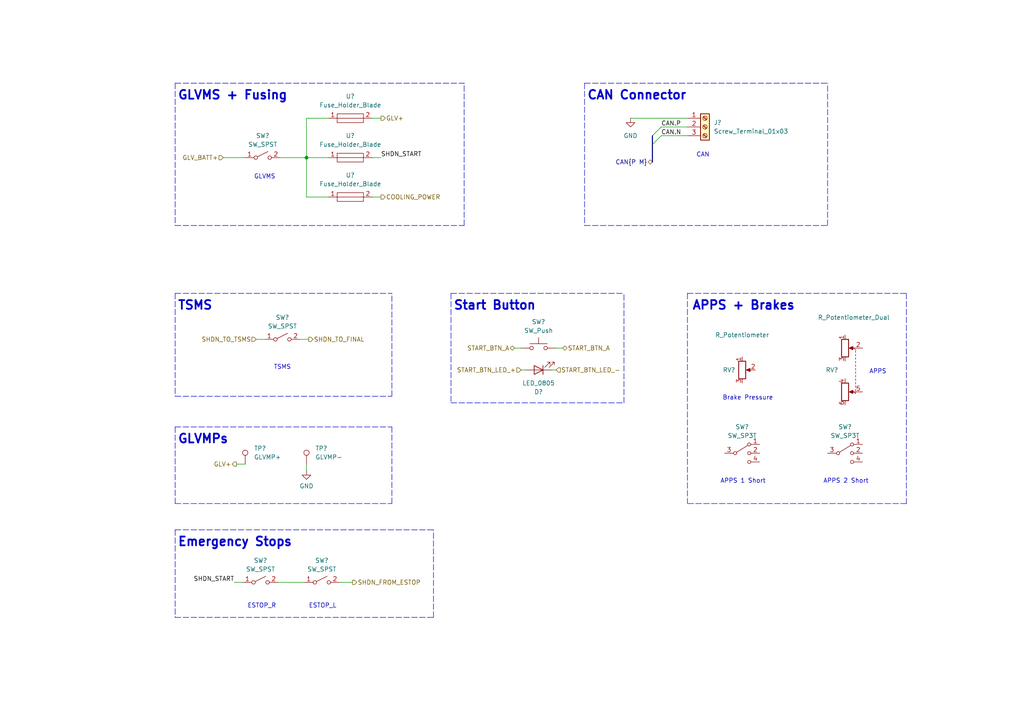
<source format=kicad_sch>
(kicad_sch (version 20211123) (generator eeschema)
  (paper "A4")
  (lib_symbols
    (symbol "Connector:Screw_Terminal_01x03" (pin_names (offset 1.016) hide)
      (property "Reference" "J" (at 0 5.08 0))
      (property "Value" "Screw_Terminal_01x03" (at 0 -5.08 0))
      (symbol "Screw_Terminal_01x03_1_1"
        (rectangle (start -1.27 3.81) (end 1.27 -3.81) (stroke (width 0.254)) (fill (type background)))
        (circle (center 0 -2.54) (radius 0.635) (stroke (width 0.1524)))
        (polyline (pts (xy -0.5334 -2.2098) (xy 0.3302 -3.048)) (stroke (width 0.1524)))
        (polyline (pts (xy -0.5334 0.3302) (xy 0.3302 -0.508)) (stroke (width 0.1524)))
        (polyline (pts (xy -0.5334 2.8702) (xy 0.3302 2.032)) (stroke (width 0.1524)))
        (polyline (pts (xy -0.3556 -2.032) (xy 0.508 -2.8702)) (stroke (width 0.1524)))
        (polyline (pts (xy -0.3556 0.508) (xy 0.508 -0.3302)) (stroke (width 0.1524)))
        (polyline (pts (xy -0.3556 3.048) (xy 0.508 2.2098)) (stroke (width 0.1524)))
        (circle (center 0 0) (radius 0.635) (stroke (width 0.1524)))
        (circle (center 0 2.54) (radius 0.635) (stroke (width 0.1524)))
        (pin passive line (at -5.08 2.54 0) (length 3.81) (name "Pin_1") (number "1"))
        (pin passive line (at -5.08 0 0) (length 3.81) (name "Pin_2") (number "2"))
        (pin passive line (at -5.08 -2.54 0) (length 3.81) (name "Pin_3") (number "3"))
      )
    )
    (symbol "Connector:TestPoint" (pin_numbers hide) (pin_names (offset 0.762) hide)
      (property "Reference" "TP" (at 0 6.858 0))
      (property "Value" "TestPoint" (at 0 5.08 0))
      (symbol "TestPoint_0_1"
        (circle (center 0 3.302) (radius 0.762))
      )
      (symbol "TestPoint_1_1"
        (pin passive line (at 0 0 90) (length 2.54) (name "1") (number "1"))
      )
    )
    (symbol "Device:R_Potentiometer" (pin_names (offset 1.016) hide)
      (property "Reference" "RV" (at -4.445 0 90))
      (property "Value" "R_Potentiometer" (at -2.54 0 90))
      (symbol "R_Potentiometer_0_1"
        (polyline (pts (xy 2.54 0) (xy 1.524 0)))
        (polyline (pts (xy 1.143 0) (xy 2.286 0.508) (xy 2.286 -0.508) (xy 1.143 0)) (fill (type outline)))
        (rectangle (start 1.016 2.54) (end -1.016 -2.54) (stroke (width 0.254)))
      )
      (symbol "R_Potentiometer_1_1"
        (pin passive line (at 0 3.81 270) (length 1.27) (name "1") (number "1"))
        (pin passive line (at 3.81 0 180) (length 1.27) (name "2") (number "2"))
        (pin passive line (at 0 -3.81 90) (length 1.27) (name "3") (number "3"))
      )
    )
    (symbol "Device:R_Potentiometer_Dual" (pin_names (offset 1.016) hide)
      (property "Reference" "RV" (at 0 3.81 0))
      (property "Value" "R_Potentiometer_Dual" (at 0 1.905 0))
      (symbol "R_Potentiometer_Dual_0_1"
        (rectangle (start -8.89 -1.524) (end -3.81 -3.556) (stroke (width 0.254)))
        (polyline (pts (xy -6.35 0) (xy -6.35 -1.016)))
        (polyline (pts (xy -6.35 0) (xy -6.35 -1.016)))
        (polyline (pts (xy -6.35 0) (xy -5.842 0.508)))
        (polyline (pts (xy -5.588 0.508) (xy -5.08 0.508)))
        (polyline (pts (xy -4.572 0.508) (xy -4.064 0.508)))
        (polyline (pts (xy -3.556 0.508) (xy -3.048 0.508)))
        (polyline (pts (xy -2.54 0.508) (xy -2.032 0.508)))
        (polyline (pts (xy -1.524 0.508) (xy -1.016 0.508)))
        (polyline (pts (xy -0.508 0.508) (xy 0 0.508)))
        (polyline (pts (xy 0.508 0.508) (xy 1.016 0.508)))
        (polyline (pts (xy 1.524 0.508) (xy 2.032 0.508)))
        (polyline (pts (xy 2.54 0.508) (xy 3.048 0.508)))
        (polyline (pts (xy 3.556 0.508) (xy 4.064 0.508)))
        (polyline (pts (xy 4.572 0.508) (xy 5.08 0.508)))
        (polyline (pts (xy 5.588 0.508) (xy 6.096 0.508)))
        (polyline (pts (xy 6.35 0) (xy 6.35 -1.016)))
        (polyline (pts (xy 6.35 0) (xy 6.35 -1.016)))
        (polyline (pts (xy 6.604 0.508) (xy 6.858 0.508) (xy 6.35 0)))
        (polyline (pts (xy -6.35 -1.397) (xy -6.858 -0.254) (xy -5.842 -0.254) (xy -6.35 -1.397)) (fill (type outline)))
        (polyline (pts (xy 6.35 -1.397) (xy 5.842 -0.254) (xy 6.858 -0.254) (xy 6.35 -1.397)) (fill (type outline)))
        (rectangle (start 3.81 -1.524) (end 8.89 -3.556) (stroke (width 0.254)))
      )
      (symbol "R_Potentiometer_Dual_1_1"
        (pin passive line (at -10.16 -2.54 0) (length 1.27) (name "1") (number "1"))
        (pin passive line (at -6.35 2.54 270) (length 2.54) (name "2") (number "2"))
        (pin passive line (at -2.54 -2.54 180) (length 1.27) (name "3") (number "3"))
        (pin passive line (at 2.54 -2.54 0) (length 1.27) (name "4") (number "4"))
        (pin passive line (at 6.35 2.54 270) (length 2.54) (name "5") (number "5"))
        (pin passive line (at 10.16 -2.54 180) (length 1.27) (name "6") (number "6"))
      )
    )
    (symbol "Switch:SW_Push" (pin_numbers hide) (pin_names (offset 1.016) hide)
      (property "Reference" "SW" (at 1.27 2.54 0))
      (property "Value" "SW_Push" (at 0 -1.524 0))
      (symbol "SW_Push_0_1"
        (circle (center -2.032 0) (radius 0.508))
        (polyline (pts (xy 0 1.27) (xy 0 3.048)))
        (polyline (pts (xy 2.54 1.27) (xy -2.54 1.27)))
        (circle (center 2.032 0) (radius 0.508))
        (pin passive line (at -5.08 0 0) (length 2.54) (name "1") (number "1"))
        (pin passive line (at 5.08 0 180) (length 2.54) (name "2") (number "2"))
      )
    )
    (symbol "Switch:SW_SP3T" (pin_names (offset 0) hide)
      (property "Reference" "SW" (at 0 5.08 0))
      (property "Value" "SW_SP3T" (at 0 -5.08 0))
      (symbol "SW_SP3T_0_1"
        (circle (center -2.032 0) (radius 0.4572))
        (polyline (pts (xy -1.651 0.254) (xy 1.651 2.286)))
        (circle (center 2.032 -2.54) (radius 0.4572))
        (circle (center 2.032 0) (radius 0.4572))
        (circle (center 2.032 2.54) (radius 0.4572))
      )
      (symbol "SW_SP3T_1_1"
        (pin passive line (at 5.08 2.54 180) (length 2.54) (name "1") (number "1"))
        (pin passive line (at 5.08 0 180) (length 2.54) (name "2") (number "2"))
        (pin passive line (at -5.08 0 0) (length 2.54) (name "3") (number "3"))
        (pin passive line (at 5.08 -2.54 180) (length 2.54) (name "4") (number "4"))
      )
    )
    (symbol "Switch:SW_SPST" (pin_names (offset 0) hide)
      (property "Reference" "SW" (at 0 3.175 0))
      (property "Value" "SW_SPST" (at 0 -2.54 0))
      (symbol "SW_SPST_0_0"
        (circle (center -2.032 0) (radius 0.508))
        (polyline (pts (xy -1.524 0.254) (xy 1.524 1.778)))
        (circle (center 2.032 0) (radius 0.508))
      )
      (symbol "SW_SPST_1_1"
        (pin passive line (at -5.08 0 0) (length 2.54) (name "A") (number "1"))
        (pin passive line (at 5.08 0 180) (length 2.54) (name "B") (number "2"))
      )
    )
    (symbol "formula:Fuse_Holder_Blade" (pin_names (offset 1.016))
      (property "Reference" "U" (at 0 2.54 0))
      (property "Value" "Fuse_Holder_Blade" (at 0 -2.54 0))
      (symbol "Fuse_Holder_Blade_0_1"
        (rectangle (start -3.81 1.27) (end 3.81 -1.27))
        (polyline (pts (xy -3.81 0) (xy 3.81 0)))
      )
      (symbol "Fuse_Holder_Blade_1_1"
        (pin input line (at -6.35 0 0) (length 2.54) (name "~") (number "1"))
        (pin input line (at 6.35 0 180) (length 2.54) (name "~") (number "2"))
      )
    )
    (symbol "OEM:LED_ORANGE" (pin_numbers hide) (pin_names (offset 1.016) hide)
      (property "Reference" "D" (at 0 -2.54 0))
      (property "Value" "LED_0805" (at 0 2.54 0))
      (symbol "LED_ORANGE_0_1"
        (polyline (pts (xy -1.27 -1.27) (xy -1.27 1.27)) (stroke (width 0.2032)))
        (polyline (pts (xy -1.27 0) (xy 1.27 0)))
        (polyline (pts (xy 1.27 -1.27) (xy 1.27 1.27) (xy -1.27 0) (xy 1.27 -1.27)) (stroke (width 0.2032)))
        (polyline (pts (xy -3.048 -0.762) (xy -4.572 -2.286) (xy -3.81 -2.286) (xy -4.572 -2.286) (xy -4.572 -1.524)))
        (polyline (pts (xy -1.778 -0.762) (xy -3.302 -2.286) (xy -2.54 -2.286) (xy -3.302 -2.286) (xy -3.302 -1.524)))
      )
      (symbol "LED_ORANGE_1_1"
        (pin passive line (at -3.81 0 0) (length 2.54) (name "K") (number "1"))
        (pin passive line (at 3.81 0 180) (length 2.54) (name "A") (number "2"))
      )
    )
    (symbol "power:GND" (power) (pin_names (offset 0))
      (property "Value" "GND" (at 0 -3.81 0))
      (symbol "GND_0_1"
        (polyline (pts (xy 0 0) (xy 0 -1.27) (xy 1.27 -1.27) (xy 0 -2.54) (xy -1.27 -1.27) (xy 0 -1.27)))
      )
      (symbol "GND_1_1"
        (pin power_in line (at 0 0 270) (length 0) hide (name "GND") (number "1"))
      )
    )
  )
  (junction (at 88.9 45.72))
  (bus_entry (at 189.23 41.91) (size 2.54 -2.54))
  (bus_entry (at 189.23 39.37) (size 2.54 -2.54))
  (wire (pts (xy 80.645 168.91) (xy 88.265 168.91)))
  (wire (pts (xy 182.88 34.29) (xy 199.39 34.29)))
  (polyline (pts (xy 50.8 146.05) (xy 113.665 146.05)))
  (wire (pts (xy 107.95 45.72) (xy 110.49 45.72)))
  (polyline (pts (xy 199.39 85.09) (xy 199.39 146.05)))
  (bus (pts (xy 189.23 41.91) (xy 189.23 46.99)))
  (polyline (pts (xy 199.39 85.09) (xy 262.89 85.09)))
  (wire (pts (xy 107.95 57.15) (xy 110.49 57.15)))
  (wire (pts (xy 151.13 107.315) (xy 152.4 107.315)))
  (wire (pts (xy 107.95 34.29) (xy 110.49 34.29)))
  (polyline (pts (xy 169.545 24.13) (xy 240.03 24.13)))
  (polyline (pts (xy 50.8 153.67) (xy 125.73 153.67)))
  (polyline (pts (xy 130.81 85.09) (xy 130.81 116.84)))
  (polyline (pts (xy 50.8 114.935) (xy 113.665 114.935)))
  (wire (pts (xy 161.29 100.965) (xy 163.195 100.965)))
  (polyline (pts (xy 50.8 24.13) (xy 134.62 24.13)))
  (wire (pts (xy 88.9 34.29) (xy 95.25 34.29)))
  (wire (pts (xy 88.9 134.62) (xy 88.9 136.525)))
  (polyline (pts (xy 169.545 24.13) (xy 169.545 65.405)))
  (polyline (pts (xy 50.8 24.13) (xy 50.8 65.405)))
  (polyline (pts (xy 134.62 65.405) (xy 134.62 24.13)))
  (polyline (pts (xy 113.665 114.935) (xy 113.665 85.09)))
  (polyline (pts (xy 262.89 85.09) (xy 262.89 146.05)))
  (wire (pts (xy 68.58 134.62) (xy 71.12 134.62)))
  (polyline (pts (xy 50.8 153.67) (xy 50.8 179.07)))
  (polyline (pts (xy 169.545 65.405) (xy 240.03 65.405)))
  (wire (pts (xy 160.02 107.315) (xy 161.29 107.315)))
  (wire (pts (xy 191.77 36.83) (xy 199.39 36.83)))
  (bus (pts (xy 189.23 39.37) (xy 189.23 41.91)))
  (wire (pts (xy 67.945 168.91) (xy 70.485 168.91)))
  (wire (pts (xy 88.9 57.15) (xy 95.25 57.15)))
  (polyline (pts (xy 130.81 85.09) (xy 180.975 85.09)))
  (polyline (pts (xy 180.975 116.84) (xy 180.975 85.09)))
  (wire (pts (xy 81.28 45.72) (xy 88.9 45.72)))
  (wire (pts (xy 191.77 39.37) (xy 199.39 39.37)))
  (wire (pts (xy 98.425 168.91) (xy 102.235 168.91)))
  (wire (pts (xy 74.295 98.425) (xy 76.835 98.425)))
  (wire (pts (xy 64.77 45.72) (xy 71.12 45.72)))
  (polyline (pts (xy 113.665 146.05) (xy 113.665 123.825)))
  (polyline (pts (xy 240.03 65.405) (xy 240.03 24.13)))
  (polyline (pts (xy 50.8 65.405) (xy 134.62 65.405)))
  (polyline (pts (xy 50.8 123.825) (xy 113.665 123.825)))
  (polyline (pts (xy 262.89 146.05) (xy 199.39 146.05)))
  (polyline (pts (xy 125.73 179.07) (xy 125.73 153.67)))
  (wire (pts (xy 86.995 98.425) (xy 89.535 98.425)))
  (wire (pts (xy 149.225 100.965) (xy 151.13 100.965)))
  (wire (pts (xy 88.9 45.72) (xy 88.9 34.29)))
  (polyline (pts (xy 130.81 116.84) (xy 180.975 116.84)))
  (polyline (pts (xy 50.8 123.825) (xy 50.8 146.05)))
  (wire (pts (xy 88.9 45.72) (xy 88.9 57.15)))
  (wire (pts (xy 88.9 45.72) (xy 95.25 45.72)))
  (polyline (pts (xy 50.8 179.07) (xy 125.73 179.07)))
  (polyline (pts (xy 50.8 85.09) (xy 50.8 114.935)))
  (polyline (pts (xy 50.8 85.09) (xy 113.665 85.09)))
  (text "Emergency Stops" (at 51.435 158.75 0) (effects (font (size 2.54 2.54) bold) (justify left bottom)))
  (text "CAN" (at 201.93 45.72 0) (effects (font (size 1.27 1.27)) (justify left bottom)))
  (text "Start Button" (at 131.445 90.17 0) (effects (font (size 2.54 2.54) bold) (justify left bottom)))
  (text "APPS 1 Short" (at 208.915 140.335 0) (effects (font (size 1.27 1.27)) (justify left bottom)))
  (text "APPS + Brakes" (at 200.66 90.17 0) (effects (font (size 2.54 2.54) bold) (justify left bottom)))
  (text "ESTOP_L" (at 89.535 176.53 0) (effects (font (size 1.27 1.27)) (justify left bottom)))
  (text "GLVMS" (at 73.66 52.07 0) (effects (font (size 1.27 1.27)) (justify left bottom)))
  (text "APPS" (at 252.095 108.585 0) (effects (font (size 1.27 1.27)) (justify left bottom)))
  (text "ESTOP_R" (at 71.755 176.53 0) (effects (font (size 1.27 1.27)) (justify left bottom)))
  (text "GLVMS + Fusing" (at 51.435 29.21 0) (effects (font (size 2.54 2.54) bold) (justify left bottom)))
  (text "Brake Pressure" (at 209.55 116.205 0) (effects (font (size 1.27 1.27)) (justify left bottom)))
  (text "GLVMPs" (at 51.435 128.905 0) (effects (font (size 2.54 2.54) bold) (justify left bottom)))
  (text "TSMS" (at 51.435 90.17 0) (effects (font (size 2.54 2.54) bold) (justify left bottom)))
  (text "CAN Connector" (at 170.18 29.21 0) (effects (font (size 2.54 2.54) (thickness 0.508) bold) (justify left bottom)))
  (text "APPS 2 Short" (at 238.76 140.335 0) (effects (font (size 1.27 1.27)) (justify left bottom)))
  (text "TSMS" (at 79.375 107.315 0) (effects (font (size 1.27 1.27)) (justify left bottom)))
  (label "SHDN_START" (at 110.49 45.72 0))
  (label "SHDN_START" (at 67.945 168.91 180))
  (label "CAN.N" (at 191.77 39.37 0))
  (label "CAN.P" (at 191.77 36.83 0))
  (hierarchical_label "GLV+" (shape output) (at 68.58 134.62 180))
  (hierarchical_label "COOLING_POWER" (shape output) (at 110.49 57.15 0))
  (hierarchical_label "SHDN_TO_TSMS" (shape input) (at 74.295 98.425 180))
  (hierarchical_label "START_BTN_LED_+" (shape input) (at 151.13 107.315 180))
  (hierarchical_label "GLV_BATT+" (shape input) (at 64.77 45.72 180))
  (hierarchical_label "SHDN_TO_FINAL" (shape output) (at 89.535 98.425 0))
  (hierarchical_label "START_BTN_A" (shape bidirectional) (at 149.225 100.965 180))
  (hierarchical_label "CAN{P M}" (shape bidirectional) (at 189.23 46.99 180))
  (hierarchical_label "START_BTN_A" (shape bidirectional) (at 163.195 100.965 0))
  (hierarchical_label "START_BTN_LED_-" (shape input) (at 161.29 107.315 0))
  (hierarchical_label "SHDN_FROM_ESTOP" (shape output) (at 102.235 168.91 0))
  (hierarchical_label "GLV+" (shape output) (at 110.49 34.29 0))
  (symbol (lib_id "OEM:LED_ORANGE") (at 156.21 107.315 180) (unit 1)
    (property "Reference" "D?" (at 156.21 113.665 0))
    (property "Value" "LED_0805" (at 156.21 111.125 0))
    (property "Footprint" "footprints:LED_0805_OEM" (effects hide))
    (property "Datasheet" "http://www.osram-os.com/Graphics/XPic9/00078860_0.pdf" (effects hide))
    (property "MFN" "DK" (effects hide))
    (property "MPN" "475-1410-1-ND" (effects hide))
    (property "PurchasingLink" "https://www.digikey.com/products/en?keywords=475-1410-1-ND" (effects hide))
  )
  (symbol (lib_id "Device:R_Potentiometer") (at 215.265 107.315 0) (unit 1)
    (property "Reference" "RV?" (at 211.455 107.315 0))
    (property "Value" "R_Potentiometer" (at 215.265 97.155 0))
  )
  (symbol (lib_id "formula:Fuse_Holder_Blade") (at 101.6 45.72 0) (unit 1)
    (property "Reference" "U?" (at 101.6 39.37 0))
    (property "Value" "Fuse_Holder_Blade" (at 101.6 41.91 0))
    (property "Footprint" "footprints:Fuse_Block_Holder" (effects hide))
  )
  (symbol (lib_id "Switch:SW_Push") (at 156.21 100.965 0) (unit 1)
    (property "Reference" "SW?" (at 156.21 93.345 0))
    (property "Value" "SW_Push" (at 156.21 95.885 0))
  )
  (symbol (lib_id "Switch:SW_SP3T") (at 245.11 131.445 0) (unit 1)
    (property "Reference" "SW?" (at 245.11 123.825 0))
    (property "Value" "SW_SP3T" (at 245.11 126.365 0))
  )
  (symbol (lib_id "formula:Fuse_Holder_Blade") (at 101.6 57.15 0) (unit 1)
    (property "Reference" "U?" (at 101.6 50.8 0))
    (property "Value" "Fuse_Holder_Blade" (at 101.6 53.34 0))
    (property "Footprint" "footprints:Fuse_Block_Holder" (effects hide))
  )
  (symbol (lib_id "Connector:Screw_Terminal_01x03") (at 204.47 36.83 0) (unit 1)
    (property "Reference" "J?" (at 207.01 35.5599 0) (effects (justify left)))
    (property "Value" "Screw_Terminal_01x03" (at 207.01 38.0999 0) (effects (justify left)))
  )
  (symbol (lib_id "power:GND") (at 88.9 136.525 0) (unit 1)
    (property "Reference" "#PWR?" (effects hide))
    (property "Value" "GND" (at 88.9 140.97 0))
  )
  (symbol (lib_id "Switch:SW_SPST") (at 93.345 168.91 0) (unit 1)
    (property "Reference" "SW?" (at 93.345 162.56 0))
    (property "Value" "SW_SPST" (at 93.345 165.1 0))
  )
  (symbol (lib_id "Switch:SW_SPST") (at 81.915 98.425 0) (unit 1)
    (property "Reference" "SW?" (at 81.915 92.075 0))
    (property "Value" "SW_SPST" (at 81.915 94.615 0))
  )
  (symbol (lib_id "Connector:TestPoint") (at 71.12 134.62 0) (unit 1)
    (property "Reference" "TP?" (at 73.66 130.0479 0) (effects (justify left)))
    (property "Value" "GLVMP+" (at 73.66 132.5879 0) (effects (justify left)))
  )
  (symbol (lib_id "power:GND") (at 182.88 34.29 0) (unit 1)
    (property "Reference" "#PWR?" (effects hide))
    (property "Value" "GND" (at 182.88 39.37 0))
  )
  (symbol (lib_id "Device:R_Potentiometer_Dual") (at 247.65 107.315 270) (unit 1)
    (property "Reference" "RV?" (at 241.3 107.315 90))
    (property "Value" "R_Potentiometer_Dual" (at 247.65 92.075 90))
  )
  (symbol (lib_id "Switch:SW_SPST") (at 76.2 45.72 0) (unit 1)
    (property "Reference" "SW?" (at 76.2 39.37 0))
    (property "Value" "SW_SPST" (at 76.2 41.91 0))
  )
  (symbol (lib_id "formula:Fuse_Holder_Blade") (at 101.6 34.29 0) (unit 1)
    (property "Reference" "U?" (at 101.6 27.94 0))
    (property "Value" "Fuse_Holder_Blade" (at 101.6 30.48 0))
    (property "Footprint" "footprints:Fuse_Block_Holder" (effects hide))
  )
  (symbol (lib_id "Switch:SW_SPST") (at 75.565 168.91 0) (unit 1)
    (property "Reference" "SW?" (at 75.565 162.56 0))
    (property "Value" "SW_SPST" (at 75.565 165.1 0))
  )
  (symbol (lib_id "Switch:SW_SP3T") (at 215.265 131.445 0) (unit 1)
    (property "Reference" "SW?" (at 215.265 123.825 0))
    (property "Value" "SW_SP3T" (at 215.265 126.365 0))
  )
  (symbol (lib_id "Connector:TestPoint") (at 88.9 134.62 0) (unit 1)
    (property "Reference" "TP?" (at 91.44 130.0479 0) (effects (justify left)))
    (property "Value" "GLVMP-" (at 91.44 132.5879 0) (effects (justify left)))
  )
)
</source>
